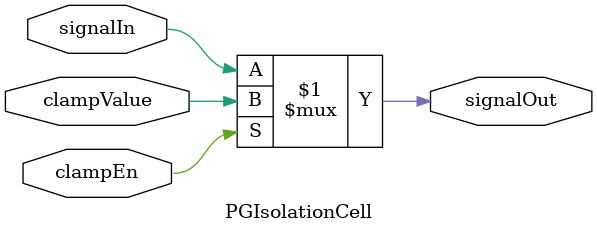
<source format=sv>
/*******************************************************************************
 #                        NORTH CAROLINA STATE UNIVERSITY
 #
 #                              AnyCore Project
 # 
 # AnyCore written by NCSU authors Rangeen Basu Roy Chowdhury and Eric Rotenberg.
 # 
 # AnyCore is based on FabScalar which was written by NCSU authors Niket K. 
 # Choudhary, Brandon H. Dwiel, and Eric Rotenberg.
 # 
 # AnyCore also includes contributions by NCSU authors Elliott Forbes, Jayneel 
 # Gandhi, Anil Kumar Kannepalli, Sungkwan Ku, Hiran Mayukh, Hashem Hashemi 
 # Najaf-abadi, Sandeep Navada, Tanmay Shah, Ashlesha Shastri, Vinesh Srinivasan, 
 # and Salil Wadhavkar.
 # 
 # AnyCore is distributed under the BSD license.
 *******************************************************************************/
`timescale 1ns/100ps

module PGIsolationCell #(WIDTH = 1)
  (signalIn,signalOut,clampEn,clampValue);

  input  [WIDTH-1:0]     signalIn;
  output [WIDTH-1:0]     signalOut;
  input                  clampEn;
  input [WIDTH-1:0]      clampValue;

  assign signalOut = clampEn ? clampValue : signalIn;


endmodule  


</source>
